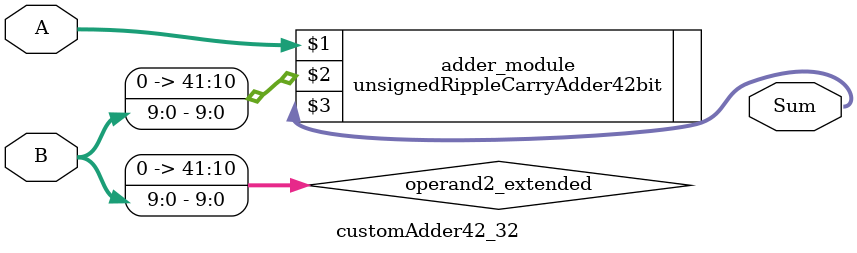
<source format=v>
module customAdder42_32(
                        input [41 : 0] A,
                        input [9 : 0] B,
                        
                        output [42 : 0] Sum
                );

        wire [41 : 0] operand2_extended;
        
        assign operand2_extended =  {32'b0, B};
        
        unsignedRippleCarryAdder42bit adder_module(
            A,
            operand2_extended,
            Sum
        );
        
        endmodule
        
</source>
